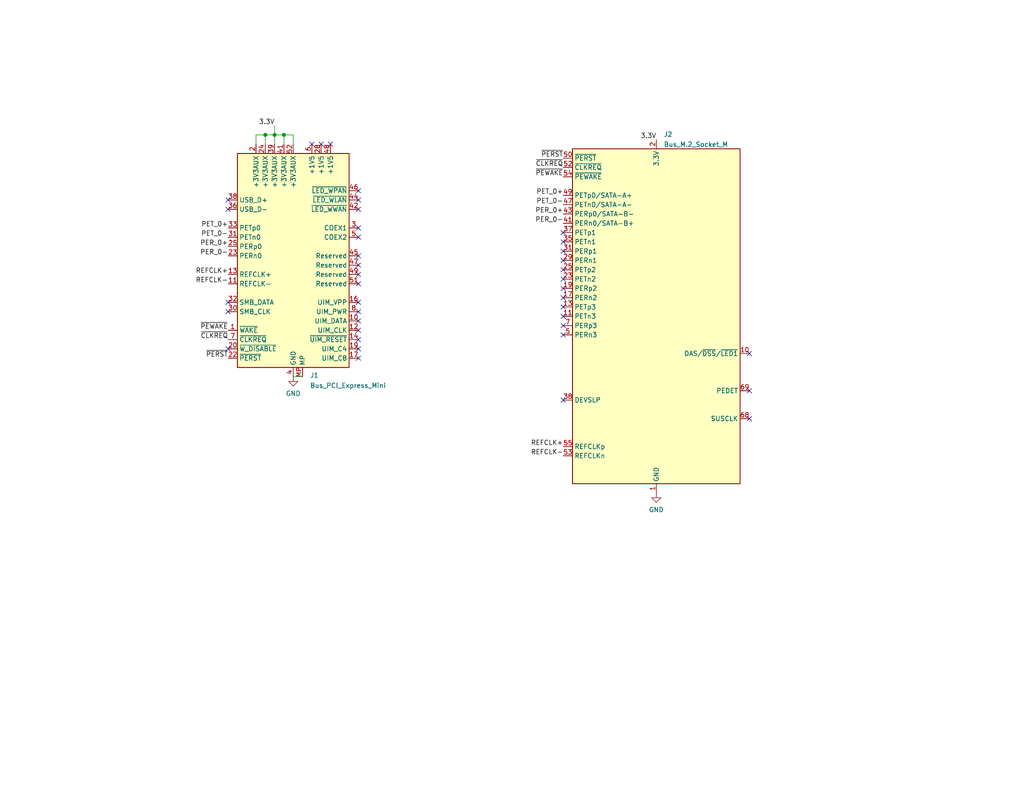
<source format=kicad_sch>
(kicad_sch (version 20211123) (generator eeschema)
  (paper "USLetter")
  (lib_symbols
    (symbol "Connector:Bus_M.2_Socket_M"
      (property "Reference" "J" (at -22.86 46.99 0))
      (property "Value" "Bus_M.2_Socket_M" (at 16.51 46.99 0))
      (symbol "Bus_M.2_Socket_M_0_1"
        (rectangle (start -22.86 45.72) (end 22.86 -45.72) (stroke (width 0.254)) (fill (type background)))
      )
      (symbol "Bus_M.2_Socket_M_1_1"
        (pin power_in line (at 0 -48.26 90) (length 2.54) (name "GND") (number "1"))
        (pin bidirectional line (at 25.4 -10.16 180) (length 2.54) (name "DAS/~{DSS}/~{LED1}") (number "10"))
        (pin output line (at -25.4 0 0) (length 2.54) (name "PETn3") (number "11"))
        (pin passive line (at 0 48.26 270) (length 2.54) hide (name "3.3V") (number "12"))
        (pin output line (at -25.4 2.54 0) (length 2.54) (name "PETp3") (number "13"))
        (pin passive line (at 0 48.26 270) (length 2.54) hide (name "3.3V") (number "14"))
        (pin passive line (at 0 -48.26 90) (length 2.54) hide (name "GND") (number "15"))
        (pin passive line (at 0 48.26 270) (length 2.54) hide (name "3.3V") (number "16"))
        (pin input line (at -25.4 5.08 0) (length 2.54) (name "PERn2") (number "17"))
        (pin passive line (at 0 48.26 270) (length 2.54) hide (name "3.3V") (number "18"))
        (pin input line (at -25.4 7.62 0) (length 2.54) (name "PERp2") (number "19"))
        (pin power_in line (at 0 48.26 270) (length 2.54) (name "3.3V") (number "2"))
        (pin no_connect line (at 22.86 2.54 180) (length 2.54) hide (name "NC") (number "20"))
        (pin passive line (at 0 -48.26 90) (length 2.54) hide (name "GND") (number "21"))
        (pin no_connect line (at 22.86 5.08 180) (length 2.54) hide (name "NC") (number "22"))
        (pin output line (at -25.4 10.16 0) (length 2.54) (name "PETn2") (number "23"))
        (pin no_connect line (at 22.86 7.62 180) (length 2.54) hide (name "NC") (number "24"))
        (pin output line (at -25.4 12.7 0) (length 2.54) (name "PETp2") (number "25"))
        (pin no_connect line (at 22.86 10.16 180) (length 2.54) hide (name "NC") (number "26"))
        (pin passive line (at 0 -48.26 90) (length 2.54) hide (name "GND") (number "27"))
        (pin no_connect line (at 22.86 12.7 180) (length 2.54) hide (name "NC") (number "28"))
        (pin input line (at -25.4 15.24 0) (length 2.54) (name "PERn1") (number "29"))
        (pin passive line (at 0 -48.26 90) (length 2.54) hide (name "GND") (number "3"))
        (pin no_connect line (at 22.86 15.24 180) (length 2.54) hide (name "NC") (number "30"))
        (pin input line (at -25.4 17.78 0) (length 2.54) (name "PERp1") (number "31"))
        (pin no_connect line (at 22.86 17.78 180) (length 2.54) hide (name "NC") (number "32"))
        (pin passive line (at 0 -48.26 90) (length 2.54) hide (name "GND") (number "33"))
        (pin no_connect line (at 22.86 20.32 180) (length 2.54) hide (name "NC") (number "34"))
        (pin output line (at -25.4 20.32 0) (length 2.54) (name "PETn1") (number "35"))
        (pin no_connect line (at 22.86 22.86 180) (length 2.54) hide (name "NC") (number "36"))
        (pin output line (at -25.4 22.86 0) (length 2.54) (name "PETp1") (number "37"))
        (pin output line (at -25.4 -22.86 0) (length 2.54) (name "DEVSLP") (number "38"))
        (pin passive line (at 0 -48.26 90) (length 2.54) hide (name "GND") (number "39"))
        (pin passive line (at 0 48.26 270) (length 2.54) hide (name "3.3V") (number "4"))
        (pin no_connect line (at 22.86 25.4 180) (length 2.54) hide (name "NC") (number "40"))
        (pin input line (at -25.4 25.4 0) (length 2.54) (name "PERn0/SATA-B+") (number "41"))
        (pin no_connect line (at 22.86 27.94 180) (length 2.54) hide (name "NC") (number "42"))
        (pin input line (at -25.4 27.94 0) (length 2.54) (name "PERp0/SATA-B-") (number "43"))
        (pin no_connect line (at 22.86 30.48 180) (length 2.54) hide (name "NC") (number "44"))
        (pin passive line (at 0 -48.26 90) (length 2.54) hide (name "GND") (number "45"))
        (pin no_connect line (at 22.86 33.02 180) (length 2.54) hide (name "NC") (number "46"))
        (pin output line (at -25.4 30.48 0) (length 2.54) (name "PETn0/SATA-A-") (number "47"))
        (pin no_connect line (at 22.86 35.56 180) (length 2.54) hide (name "NC") (number "48"))
        (pin output line (at -25.4 33.02 0) (length 2.54) (name "PETp0/SATA-A+") (number "49"))
        (pin input line (at -25.4 -5.08 0) (length 2.54) (name "PERn3") (number "5"))
        (pin output line (at -25.4 43.18 0) (length 2.54) (name "~{PERST}") (number "50"))
        (pin passive line (at 0 -48.26 90) (length 2.54) hide (name "GND") (number "51"))
        (pin bidirectional line (at -25.4 40.64 0) (length 2.54) (name "~{CLKREQ}") (number "52"))
        (pin output line (at -25.4 -38.1 0) (length 2.54) (name "REFCLKn") (number "53"))
        (pin bidirectional line (at -25.4 38.1 0) (length 2.54) (name "~{PEWAKE}") (number "54"))
        (pin output line (at -25.4 -35.56 0) (length 2.54) (name "REFCLKp") (number "55"))
        (pin no_connect line (at 22.86 38.1 180) (length 2.54) hide (name "NC") (number "56"))
        (pin passive line (at 0 -48.26 90) (length 2.54) hide (name "GND") (number "57"))
        (pin no_connect line (at 22.86 40.64 180) (length 2.54) hide (name "NC") (number "58"))
        (pin no_connect line (at 22.86 -2.54 180) (length 2.54) hide (name "NC") (number "6"))
        (pin no_connect line (at 22.86 -5.08 180) (length 2.54) hide (name "NC") (number "67"))
        (pin output line (at 25.4 -27.94 180) (length 2.54) (name "SUSCLK") (number "68"))
        (pin passive line (at 25.4 -20.32 180) (length 2.54) (name "PEDET") (number "69"))
        (pin input line (at -25.4 -2.54 0) (length 2.54) (name "PERp3") (number "7"))
        (pin passive line (at 0 48.26 270) (length 2.54) hide (name "3.3V") (number "70"))
        (pin passive line (at 0 -48.26 90) (length 2.54) hide (name "GND") (number "71"))
        (pin passive line (at 0 48.26 270) (length 2.54) hide (name "3.3V") (number "72"))
        (pin passive line (at 0 -48.26 90) (length 2.54) hide (name "GND") (number "73"))
        (pin passive line (at 0 48.26 270) (length 2.54) hide (name "3.3V") (number "74"))
        (pin passive line (at 0 -48.26 90) (length 2.54) hide (name "GND") (number "75"))
        (pin no_connect line (at 22.86 0 180) (length 2.54) hide (name "NC") (number "8"))
        (pin passive line (at 0 -48.26 90) (length 2.54) hide (name "GND") (number "9"))
      )
    )
    (symbol "Connector:Bus_PCI_Express_Mini"
      (property "Reference" "J" (at -16.51 31.75 0))
      (property "Value" "Bus_PCI_Express_Mini" (at 22.86 31.75 0))
      (symbol "Bus_PCI_Express_Mini_0_1"
        (rectangle (start -15.24 30.48) (end 15.24 -27.94) (stroke (width 0.254)) (fill (type background)))
      )
      (symbol "Bus_PCI_Express_Mini_1_1"
        (pin open_collector line (at -17.78 -17.78 0) (length 2.54) (name "~{WAKE}") (number "1"))
        (pin bidirectional line (at 17.78 -15.24 180) (length 2.54) (name "UIM_DATA") (number "10"))
        (pin input line (at -17.78 -5.08 0) (length 2.54) (name "REFCLK-") (number "11"))
        (pin output line (at 17.78 -17.78 180) (length 2.54) (name "UIM_CLK") (number "12"))
        (pin input line (at -17.78 -2.54 0) (length 2.54) (name "REFCLK+") (number "13"))
        (pin output line (at 17.78 -20.32 180) (length 2.54) (name "~{UIM_RESET}") (number "14"))
        (pin passive line (at 0 -30.48 90) (length 2.54) hide (name "GND") (number "15"))
        (pin power_out line (at 17.78 -10.16 180) (length 2.54) (name "UIM_VPP") (number "16"))
        (pin passive line (at 17.78 -25.4 180) (length 2.54) (name "UIM_C8") (number "17"))
        (pin passive line (at 0 -30.48 90) (length 2.54) hide (name "GND") (number "18"))
        (pin passive line (at 17.78 -22.86 180) (length 2.54) (name "UIM_C4") (number "19"))
        (pin power_in line (at -10.16 33.02 270) (length 2.54) (name "+3V3AUX") (number "2"))
        (pin input line (at -17.78 -22.86 0) (length 2.54) (name "~{W_DISABLE}") (number "20"))
        (pin passive line (at 0 -30.48 90) (length 2.54) hide (name "GND") (number "21"))
        (pin input line (at -17.78 -25.4 0) (length 2.54) (name "~{PERST}") (number "22"))
        (pin output line (at -17.78 2.54 0) (length 2.54) (name "PERn0") (number "23"))
        (pin power_in line (at -7.62 33.02 270) (length 2.54) (name "+3V3AUX") (number "24"))
        (pin output line (at -17.78 5.08 0) (length 2.54) (name "PERp0") (number "25"))
        (pin passive line (at 0 -30.48 90) (length 2.54) hide (name "GND") (number "26"))
        (pin passive line (at 0 -30.48 90) (length 2.54) hide (name "GND") (number "27"))
        (pin power_in line (at 7.62 33.02 270) (length 2.54) (name "+1V5") (number "28"))
        (pin passive line (at 0 -30.48 90) (length 2.54) hide (name "GND") (number "29"))
        (pin passive line (at 17.78 10.16 180) (length 2.54) (name "COEX1") (number "3"))
        (pin input line (at -17.78 -12.7 0) (length 2.54) (name "SMB_CLK") (number "30"))
        (pin input line (at -17.78 7.62 0) (length 2.54) (name "PETn0") (number "31"))
        (pin bidirectional line (at -17.78 -10.16 0) (length 2.54) (name "SMB_DATA") (number "32"))
        (pin input line (at -17.78 10.16 0) (length 2.54) (name "PETp0") (number "33"))
        (pin passive line (at 0 -30.48 90) (length 2.54) hide (name "GND") (number "34"))
        (pin passive line (at 0 -30.48 90) (length 2.54) hide (name "GND") (number "35"))
        (pin bidirectional line (at -17.78 15.24 0) (length 2.54) (name "USB_D-") (number "36"))
        (pin passive line (at 0 -30.48 90) (length 2.54) hide (name "GND") (number "37"))
        (pin bidirectional line (at -17.78 17.78 0) (length 2.54) (name "USB_D+") (number "38"))
        (pin power_in line (at -5.08 33.02 270) (length 2.54) (name "+3V3AUX") (number "39"))
        (pin power_in line (at 0 -30.48 90) (length 2.54) (name "GND") (number "4"))
        (pin passive line (at 0 -30.48 90) (length 2.54) hide (name "GND") (number "40"))
        (pin power_in line (at -2.54 33.02 270) (length 2.54) (name "+3V3AUX") (number "41"))
        (pin open_collector line (at 17.78 15.24 180) (length 2.54) (name "~{LED_WWAN}") (number "42"))
        (pin passive line (at 0 -30.48 90) (length 2.54) hide (name "GND") (number "43"))
        (pin open_collector line (at 17.78 17.78 180) (length 2.54) (name "~{LED_WLAN}") (number "44"))
        (pin passive line (at 17.78 2.54 180) (length 2.54) (name "Reserved") (number "45"))
        (pin open_collector line (at 17.78 20.32 180) (length 2.54) (name "~{LED_WPAN}") (number "46"))
        (pin passive line (at 17.78 0 180) (length 2.54) (name "Reserved") (number "47"))
        (pin power_in line (at 10.16 33.02 270) (length 2.54) (name "+1V5") (number "48"))
        (pin passive line (at 17.78 -2.54 180) (length 2.54) (name "Reserved") (number "49"))
        (pin passive line (at 17.78 7.62 180) (length 2.54) (name "COEX2") (number "5"))
        (pin passive line (at 0 -30.48 90) (length 2.54) hide (name "GND") (number "50"))
        (pin passive line (at 17.78 -5.08 180) (length 2.54) (name "Reserved") (number "51"))
        (pin power_in line (at 0 33.02 270) (length 2.54) (name "+3V3AUX") (number "52"))
        (pin power_in line (at 5.08 33.02 270) (length 2.54) (name "+1V5") (number "6"))
        (pin open_collector line (at -17.78 -20.32 0) (length 2.54) (name "~{CLKREQ}") (number "7"))
        (pin power_out line (at 17.78 -12.7 180) (length 2.54) (name "UIM_PWR") (number "8"))
        (pin passive line (at 0 -30.48 90) (length 2.54) hide (name "GND") (number "9"))
        (pin passive line (at 2.54 -30.48 90) (length 2.54) (name "MP") (number "MP"))
      )
    )
    (symbol "power:GND" (power) (pin_names (offset 0))
      (property "Value" "GND" (at 0 -3.81 0))
      (symbol "GND_0_1"
        (polyline (pts (xy 0 0) (xy 0 -1.27) (xy 1.27 -1.27) (xy 0 -2.54) (xy -1.27 -1.27) (xy 0 -1.27)))
      )
      (symbol "GND_1_1"
        (pin power_in line (at 0 0 270) (length 0) hide (name "GND") (number "1"))
      )
    )
  )
  (junction (at 74.93 36.83))
  (junction (at 77.47 36.83))
  (junction (at 72.39 36.83))
  (no_connect (at 97.79 64.77))
  (no_connect (at 97.79 62.23))
  (no_connect (at 97.79 72.39))
  (no_connect (at 97.79 77.47))
  (no_connect (at 97.79 95.25))
  (no_connect (at 97.79 97.79))
  (no_connect (at 97.79 52.07))
  (no_connect (at 97.79 54.61))
  (no_connect (at 97.79 57.15))
  (no_connect (at 97.79 74.93))
  (no_connect (at 97.79 69.85))
  (no_connect (at 153.67 109.22))
  (no_connect (at 204.47 106.68))
  (no_connect (at 204.47 96.52))
  (no_connect (at 204.47 114.3))
  (no_connect (at 97.79 82.55))
  (no_connect (at 62.23 85.09))
  (no_connect (at 62.23 95.25))
  (no_connect (at 62.23 82.55))
  (no_connect (at 97.79 85.09))
  (no_connect (at 97.79 92.71))
  (no_connect (at 97.79 87.63))
  (no_connect (at 153.67 91.44))
  (no_connect (at 153.67 88.9))
  (no_connect (at 153.67 86.36))
  (no_connect (at 153.67 63.5))
  (no_connect (at 153.67 71.12))
  (no_connect (at 153.67 68.58))
  (no_connect (at 153.67 66.04))
  (no_connect (at 153.67 83.82))
  (no_connect (at 153.67 81.28))
  (no_connect (at 153.67 78.74))
  (no_connect (at 153.67 76.2))
  (no_connect (at 153.67 73.66))
  (no_connect (at 85.09 39.37))
  (no_connect (at 87.63 39.37))
  (no_connect (at 90.17 39.37))
  (no_connect (at 97.79 90.17))
  (no_connect (at 62.23 54.61))
  (no_connect (at 62.23 57.15))
  (wire (pts (xy 74.93 36.83) (xy 77.47 36.83)))
  (wire (pts (xy 77.47 36.83) (xy 80.01 36.83)))
  (wire (pts (xy 80.01 39.37) (xy 80.01 36.83)))
  (wire (pts (xy 74.93 36.83) (xy 74.93 39.37)))
  (wire (pts (xy 69.85 39.37) (xy 69.85 36.83)))
  (wire (pts (xy 72.39 36.83) (xy 74.93 36.83)))
  (wire (pts (xy 69.85 36.83) (xy 72.39 36.83)))
  (wire (pts (xy 72.39 36.83) (xy 72.39 39.37)))
  (wire (pts (xy 77.47 36.83) (xy 77.47 39.37)))
  (wire (pts (xy 80.01 102.87) (xy 82.55 102.87)))
  (wire (pts (xy 74.93 34.29) (xy 74.93 36.83)))
  (label "PET_0-" (at 153.67 55.88 180))
  (label "PER_0+" (at 153.67 58.42 180))
  (label "REFCLK+" (at 153.67 121.92 180))
  (label "PER_0+" (at 62.23 67.31 180))
  (label "3.3V" (at 179.07 38.1 180))
  (label "~{PERST}" (at 62.23 97.79 180))
  (label "3.3V" (at 74.93 34.29 180))
  (label "REFCLK-" (at 62.23 77.47 180))
  (label "REFCLK-" (at 153.67 124.46 180))
  (label "~{CLKREQ}" (at 62.23 92.71 180))
  (label "~{PEWAKE}" (at 153.67 48.26 180))
  (label "~{PEWAKE}" (at 62.23 90.17 180))
  (label "~{CLKREQ}" (at 153.67 45.72 180))
  (label "PER_0-" (at 62.23 69.85 180))
  (label "PET_0+" (at 153.67 53.34 180))
  (label "~{PERST}" (at 153.67 43.18 180))
  (label "PET_0+" (at 62.23 62.23 180))
  (label "PER_0-" (at 153.67 60.96 180))
  (label "REFCLK+" (at 62.23 74.93 180))
  (label "PET_0-" (at 62.23 64.77 180))
  (symbol (lib_id "power:GND") (at 179.07 134.62 0) (unit 1)
    (property "Reference" "#PWR0102" (effects hide))
    (property "Value" "GND" (at 179.07 139.1825 0))
  )
  (symbol (lib_id "power:GND") (at 80.01 102.87 0) (unit 1)
    (property "Reference" "#PWR0101" (effects hide))
    (property "Value" "GND" (at 80.01 107.4325 0))
  )
  (symbol (lib_id "Connector:Bus_PCI_Express_Mini") (at 80.01 72.39 0) (unit 1)
    (property "Reference" "J1" (at 84.5694 102.4795 0) (effects (justify left)))
    (property "Value" "Bus_PCI_Express_Mini" (at 84.5694 105.2546 0) (effects (justify left)))
    (property "Footprint" "mpcie:mpcie-half-card" (effects hide))
  )
  (symbol (lib_id "Connector:Bus_M.2_Socket_M") (at 179.07 86.36 0) (unit 1)
    (property "Reference" "J2" (at 181.0894 36.6735 0) (effects (justify left)))
    (property "Value" "Bus_M.2_Socket_M" (at 181.0894 39.4486 0) (effects (justify left)))
    (property "Footprint" "footprints:246411067101894M_and_SM3ZS067U215-NUT1" (effects hide))
    (property "Datasheet" "http://read.pudn.com/downloads794/doc/project/3133918/PCIe_M.2_Electromechanical_Spec_Rev1.0_Final_11012013_RS_Clean.pdf#page=155" (effects hide))
  )
)
</source>
